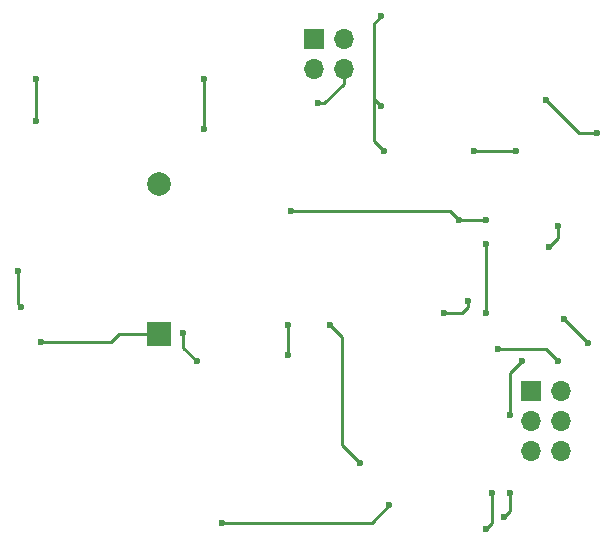
<source format=gbr>
G04 #@! TF.FileFunction,Copper,L2,Bot,Signal*
%FSLAX46Y46*%
G04 Gerber Fmt 4.6, Leading zero omitted, Abs format (unit mm)*
G04 Created by KiCad (PCBNEW 4.0.7) date 01/15/18 20:31:51*
%MOMM*%
%LPD*%
G01*
G04 APERTURE LIST*
%ADD10C,0.100000*%
%ADD11R,2.000000X2.000000*%
%ADD12C,2.000000*%
%ADD13R,1.700000X1.700000*%
%ADD14O,1.700000X1.700000*%
%ADD15C,0.600000*%
%ADD16C,0.250000*%
G04 APERTURE END LIST*
D10*
D11*
X66294000Y-94234000D03*
D12*
X66294000Y-81534000D03*
D13*
X97790000Y-99060000D03*
D14*
X100330000Y-99060000D03*
X97790000Y-101600000D03*
X100330000Y-101600000D03*
X97790000Y-104140000D03*
X100330000Y-104140000D03*
D13*
X79375000Y-69215000D03*
D14*
X81915000Y-69215000D03*
X79375000Y-71755000D03*
X81915000Y-71755000D03*
D15*
X77470000Y-83820000D03*
X99060000Y-74422000D03*
X103378000Y-77216000D03*
X93980000Y-84582000D03*
X91694000Y-84582000D03*
X77216000Y-93472000D03*
X77216000Y-96012000D03*
X102616000Y-94996000D03*
X100584000Y-92964000D03*
X79756000Y-74676000D03*
X68326000Y-94107000D03*
X69469000Y-96520000D03*
X85344000Y-78740000D03*
X100076000Y-85090000D03*
X99314000Y-86868000D03*
X71628000Y-110236000D03*
X85725000Y-108712000D03*
X85090000Y-67310000D03*
X85090000Y-74930000D03*
X80772000Y-93472000D03*
X83312000Y-105156000D03*
X94488000Y-107696000D03*
X93980000Y-110744000D03*
X97028000Y-96520000D03*
X96012000Y-101092000D03*
X96012000Y-107696000D03*
X95504000Y-109728000D03*
X93980000Y-92456000D03*
X93980000Y-86614000D03*
X94996000Y-95504000D03*
X100076000Y-96520000D03*
X92964000Y-78740000D03*
X96520000Y-78740000D03*
X92456000Y-91440000D03*
X90424000Y-92456000D03*
X54356000Y-88900000D03*
X54610000Y-91948000D03*
X56261000Y-94869000D03*
X55880000Y-76200000D03*
X55880000Y-72644000D03*
X70104000Y-76835000D03*
X70104000Y-72644000D03*
D16*
X91694000Y-84582000D02*
X90932000Y-83820000D01*
X90932000Y-83820000D02*
X77470000Y-83820000D01*
X103378000Y-77216000D02*
X101854000Y-77216000D01*
X99060000Y-74422000D02*
X101854000Y-77216000D01*
X91694000Y-84582000D02*
X93980000Y-84582000D01*
X77216000Y-93472000D02*
X77216000Y-96012000D01*
X102616000Y-94996000D02*
X100584000Y-92964000D01*
X81915000Y-71755000D02*
X81915000Y-73025000D01*
X80264000Y-74676000D02*
X79756000Y-74676000D01*
X81915000Y-73025000D02*
X80264000Y-74676000D01*
X68326000Y-95377000D02*
X68326000Y-94107000D01*
X69469000Y-96520000D02*
X68326000Y-95377000D01*
X84455000Y-74295000D02*
X84455000Y-77851000D01*
X84455000Y-77851000D02*
X85344000Y-78740000D01*
X100076000Y-86106000D02*
X100076000Y-85090000D01*
X99314000Y-86868000D02*
X100076000Y-86106000D01*
X84328000Y-110236000D02*
X71628000Y-110236000D01*
X85725000Y-108712000D02*
X84328000Y-110236000D01*
X85090000Y-67310000D02*
X84455000Y-67945000D01*
X84455000Y-67945000D02*
X84455000Y-74295000D01*
X84455000Y-74295000D02*
X85090000Y-74930000D01*
X81788000Y-94488000D02*
X80772000Y-93472000D01*
X81788000Y-103632000D02*
X81788000Y-94488000D01*
X83312000Y-105156000D02*
X81788000Y-103632000D01*
X94488000Y-110236000D02*
X94488000Y-107696000D01*
X93980000Y-110744000D02*
X94488000Y-110236000D01*
X96012000Y-97536000D02*
X97028000Y-96520000D01*
X96012000Y-101092000D02*
X96012000Y-97536000D01*
X96012000Y-109220000D02*
X96012000Y-107696000D01*
X95504000Y-109728000D02*
X96012000Y-109220000D01*
X93980000Y-92456000D02*
X93980000Y-86614000D01*
X99060000Y-95504000D02*
X94996000Y-95504000D01*
X100076000Y-96520000D02*
X99060000Y-95504000D01*
X96520000Y-78740000D02*
X92964000Y-78740000D01*
X92456000Y-91948000D02*
X92456000Y-91440000D01*
X91948000Y-92456000D02*
X92456000Y-91948000D01*
X90424000Y-92456000D02*
X91948000Y-92456000D01*
X54356000Y-91694000D02*
X54356000Y-88900000D01*
X54610000Y-91948000D02*
X54356000Y-91694000D01*
X66294000Y-94234000D02*
X62865000Y-94234000D01*
X62865000Y-94234000D02*
X62230000Y-94869000D01*
X62230000Y-94869000D02*
X56261000Y-94869000D01*
X55880000Y-72644000D02*
X55880000Y-76200000D01*
X70104000Y-72644000D02*
X70104000Y-76835000D01*
M02*

</source>
